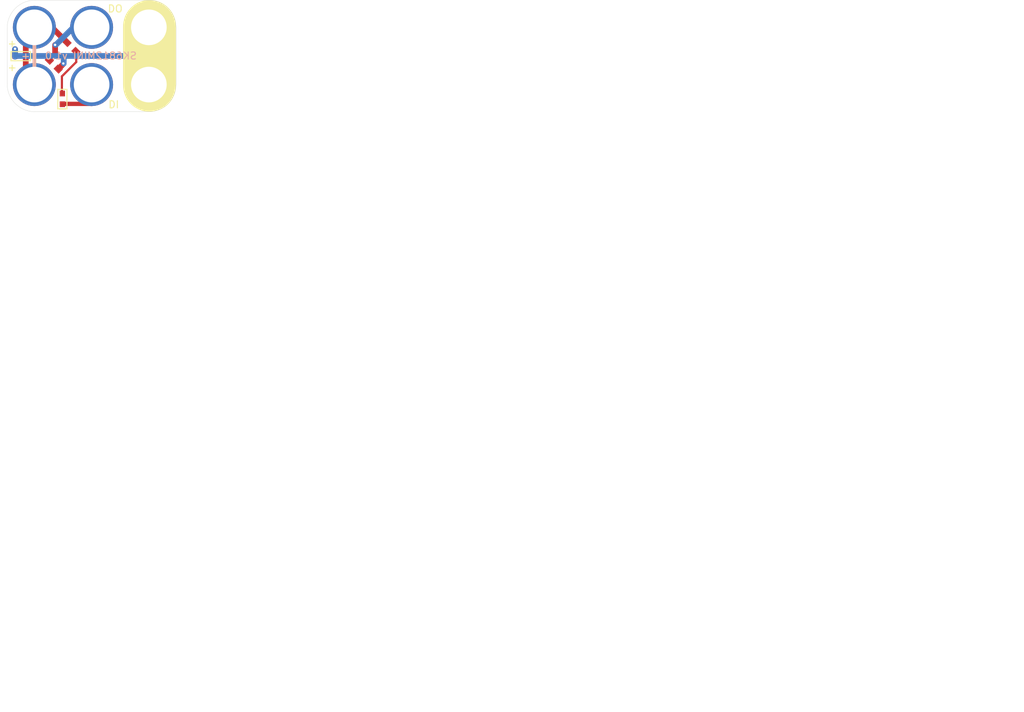
<source format=kicad_pcb>
(kicad_pcb (version 20171130) (host pcbnew 5.0.2-bee76a0~70~ubuntu16.04.1)

  (general
    (thickness 1.6)
    (drawings 1)
    (tracks 0)
    (zones 0)
    (modules 1)
    (nets 1)
  )

  (page USLetter)
  (title_block
    (title "2x3 LED RGB SK6812 Mini SMT Module")
    (date "01 Jan 2019")
    (rev 1.0)
    (company "All rights reserved.")
    (comment 1 help@browndoggadgets.com)
    (comment 2 http://browndoggadgets.com/)
    (comment 3 "Brown Dog Gadgets")
  )

  (layers
    (0 F.Cu signal)
    (31 B.Cu signal)
    (34 B.Paste user)
    (35 F.Paste user)
    (36 B.SilkS user)
    (37 F.SilkS user)
    (38 B.Mask user)
    (39 F.Mask user)
    (40 Dwgs.User user)
    (44 Edge.Cuts user)
    (46 B.CrtYd user)
    (47 F.CrtYd user)
    (48 B.Fab user)
    (49 F.Fab user)
  )

  (setup
    (last_trace_width 0.254)
    (user_trace_width 0.1524)
    (user_trace_width 0.254)
    (user_trace_width 0.3302)
    (user_trace_width 0.508)
    (user_trace_width 0.762)
    (user_trace_width 1.27)
    (trace_clearance 0.254)
    (zone_clearance 0.508)
    (zone_45_only no)
    (trace_min 0.1524)
    (segment_width 0.1524)
    (edge_width 0.1524)
    (via_size 0.6858)
    (via_drill 0.3302)
    (via_min_size 0.6858)
    (via_min_drill 0.3302)
    (user_via 0.6858 0.3302)
    (user_via 0.762 0.4064)
    (user_via 0.8636 0.508)
    (uvia_size 0.6858)
    (uvia_drill 0.3302)
    (uvias_allowed no)
    (uvia_min_size 0)
    (uvia_min_drill 0)
    (pcb_text_width 0.1524)
    (pcb_text_size 1.016 1.016)
    (mod_edge_width 0.1524)
    (mod_text_size 1.016 1.016)
    (mod_text_width 0.1524)
    (pad_size 6 6)
    (pad_drill 4.98)
    (pad_to_mask_clearance 0.0762)
    (solder_mask_min_width 0.1016)
    (pad_to_paste_clearance -0.0762)
    (aux_axis_origin 0 0)
    (visible_elements FFFEDF7D)
    (pcbplotparams
      (layerselection 0x310fc_80000001)
      (usegerberextensions true)
      (usegerberattributes false)
      (usegerberadvancedattributes false)
      (creategerberjobfile false)
      (excludeedgelayer true)
      (linewidth 0.100000)
      (plotframeref false)
      (viasonmask false)
      (mode 1)
      (useauxorigin false)
      (hpglpennumber 1)
      (hpglpenspeed 20)
      (hpglpendiameter 15.000000)
      (psnegative false)
      (psa4output false)
      (plotreference true)
      (plotvalue true)
      (plotinvisibletext false)
      (padsonsilk false)
      (subtractmaskfromsilk false)
      (outputformat 1)
      (mirror false)
      (drillshape 0)
      (scaleselection 1)
      (outputdirectory "gerbers"))
  )

  (net 0 "")

  (net_class Default "This is the default net class."
    (clearance 0.254)
    (trace_width 0.254)
    (via_dia 0.6858)
    (via_drill 0.3302)
    (uvia_dia 0.6858)
    (uvia_drill 0.3302)
  )

  (module Crazy_Circuits:LED-RGB-3535-NEOPIXEL-MINI-ROTATED-2x3 (layer F.Cu) (tedit 5C2C0F9B) (tstamp 5C2C1F68)
    (at 15.6 38)
    (descr "2.54mm pitch through hole centered 2x2")
    (path /5C2BFCD3)
    (attr smd)
    (fp_text reference LED1 (at 4.55 -3.4 45) (layer F.Fab)
      (effects (font (size 1 1) (thickness 0.15)))
    )
    (fp_text value SK6812MINI (at 5.7 -12.8) (layer F.Fab) hide
      (effects (font (size 1 1) (thickness 0.15)))
    )
    (fp_arc (start 0 0) (end 0.2 -2.7) (angle -274.2363948) (layer F.Mask) (width 0.6))
    (fp_line (start 16.1 -0.1) (end 16.1 -8.2) (layer B.Mask) (width 0.8))
    (fp_arc (start 8 -8) (end 7.9 -5.3) (angle -272.1210964) (layer F.Mask) (width 0.6))
    (fp_line (start 0 -2.1) (end 0 -5.6) (layer B.SilkS) (width 0.5))
    (fp_text user DO (at 11.3 -10.6) (layer F.SilkS)
      (effects (font (size 1 1) (thickness 0.15)))
    )
    (fp_line (start -1.2 -1) (end -1.2 -6.6) (layer F.Cu) (width 0.8))
    (fp_line (start 16.1 -0.1) (end 16.1 -8.2) (layer B.Cu) (width 0.8))
    (fp_text user + (at -3.1 -2.4) (layer F.SilkS)
      (effects (font (size 1 1) (thickness 0.15)))
    )
    (fp_line (start 3.9 2.7) (end 8.05 2.7) (layer F.Cu) (width 0.6))
    (fp_line (start 16.1 -4) (end -2.7 -4) (layer B.Cu) (width 0.8))
    (fp_line (start -2.7 -3.9) (end -2.7 -4.95) (layer F.Cu) (width 0.8))
    (fp_line (start 5.85 -3.15) (end 5.85 -4.65) (layer F.Cu) (width 0.3))
    (fp_line (start 3.165584 3.450046) (end 3.165584 0.550046) (layer F.CrtYd) (width 0.05))
    (fp_line (start 3.165584 3.450046) (end 3.165584 0.550046) (layer F.Fab) (width 0.05))
    (fp_text user R1 (at 4.015584 2.000046 90) (layer F.Fab)
      (effects (font (size 1 1) (thickness 0.15)))
    )
    (fp_line (start 3.165584 3.450046) (end 4.665584 3.450046) (layer F.CrtYd) (width 0.05))
    (fp_line (start 4.665584 3.450046) (end 4.665584 0.550046) (layer F.CrtYd) (width 0.05))
    (fp_line (start 4.550584 0.666546) (end 4.550584 3.397046) (layer F.SilkS) (width 0.15))
    (fp_line (start 3.280584 0.666546) (end 4.550584 0.666546) (layer F.SilkS) (width 0.1524))
    (fp_line (start 3.280584 3.397046) (end 4.550584 3.397046) (layer F.SilkS) (width 0.1524))
    (fp_line (start 3.280584 3.397046) (end 3.280584 0.666546) (layer F.SilkS) (width 0.15))
    (fp_line (start 4.665584 3.450046) (end 4.665584 0.550046) (layer F.Fab) (width 0.05))
    (fp_line (start 3.165584 3.450046) (end 4.665584 3.450046) (layer F.Fab) (width 0.05))
    (fp_line (start 16.1 -8.125) (end 16.1 0.1) (layer F.SilkS) (width 7.4))
    (fp_line (start 8.75 -1.9) (end 6.9 -4.05) (layer F.Fab) (width 0.1))
    (fp_text user %R (at 6.4 -12.8) (layer F.SilkS) hide
      (effects (font (size 1 1) (thickness 0.15)))
    )
    (fp_line (start -0.475 -4.725) (end -3.375 -4.725) (layer F.Fab) (width 0.05))
    (fp_line (start -3.375 -3.225) (end -3.375 -4.725) (layer F.Fab) (width 0.05))
    (fp_line (start -0.475 -3.225) (end -0.475 -4.725) (layer F.Fab) (width 0.05))
    (fp_line (start -0.475 -3.225) (end -3.375 -3.225) (layer F.CrtYd) (width 0.05))
    (fp_line (start -3.2585 -4.61) (end -0.528 -4.61) (layer F.SilkS) (width 0.15))
    (fp_line (start -0.528 -3.34) (end -3.2585 -3.34) (layer F.SilkS) (width 0.15))
    (fp_line (start -3.375 -3.225) (end -3.375 -4.725) (layer F.CrtYd) (width 0.05))
    (fp_line (start -0.475 -3.225) (end -0.475 -4.725) (layer F.CrtYd) (width 0.05))
    (fp_line (start -0.475 -4.725) (end -3.375 -4.725) (layer F.CrtYd) (width 0.05))
    (fp_line (start -0.475 -3.225) (end -3.375 -3.225) (layer F.Fab) (width 0.05))
    (fp_text user "SK6812MINI v1.0" (at 7.9 -4.019584 180) (layer B.SilkS)
      (effects (font (size 1 1) (thickness 0.15)) (justify mirror))
    )
    (fp_line (start -3.2585 -3.34) (end -3.2585 -4.61) (layer F.SilkS) (width 0.1524))
    (fp_line (start -0.528 -3.34) (end -0.528 -4.61) (layer F.SilkS) (width 0.1524))
    (fp_arc (start 0.1 -7.9) (end -3.8 -7.9) (angle 90) (layer F.Fab) (width 0.04064))
    (fp_arc (start 0.1 -0.1) (end 0.1 3.8) (angle 90) (layer F.Fab) (width 0.04064))
    (fp_arc (start 15.9 -0.1) (end 19.8 -0.1) (angle 90) (layer F.Fab) (width 0.04064))
    (fp_arc (start 15.9 -7.9) (end 15.9 -11.8) (angle 90) (layer F.Fab) (width 0.04064))
    (fp_line (start -3.8 -0.1) (end -3.8 -7.9) (layer F.Fab) (width 0.04064))
    (fp_line (start 19.8 -0.1) (end 19.8 -7.9) (layer F.Fab) (width 0.04064))
    (fp_line (start 16 3.8) (end 0.1 3.8) (layer F.Fab) (width 0.04064))
    (fp_line (start 16 -11.8) (end 0.1 -11.8) (layer F.Fab) (width 0.04064))
    (fp_arc (start 0.1 -7.9) (end -3.8 -7.9) (angle 90) (layer Edge.Cuts) (width 0.04064))
    (fp_arc (start 0.1 -0.1) (end 0.1 3.8) (angle 90) (layer Edge.Cuts) (width 0.04064))
    (fp_arc (start 15.9 -0.1) (end 19.8 -0.1) (angle 90) (layer Edge.Cuts) (width 0.04064))
    (fp_arc (start 15.9 -7.9) (end 15.9 -11.8) (angle 90) (layer Edge.Cuts) (width 0.04064))
    (fp_line (start -3.8 -0.1) (end -3.8 -7.9) (layer Edge.Cuts) (width 0.04064))
    (fp_line (start 19.8 -0.1) (end 19.8 -7.9) (layer Edge.Cuts) (width 0.04064))
    (fp_line (start 15.9 3.8) (end 0.1 3.8) (layer Edge.Cuts) (width 0.04064))
    (fp_line (start 15.9 -11.8) (end 0.1 -11.8) (layer Edge.Cuts) (width 0.04064))
    (fp_text user 1 (at 2.2 -3.45) (layer F.Fab)
      (effects (font (size 1 1) (thickness 0.15)))
    )
    (fp_text user Polarity (at 8.6 -0.8 180) (layer F.Fab)
      (effects (font (size 1 1) (thickness 0.15)))
    )
    (fp_text user Mark (at 8.6 0.75 180) (layer F.Fab)
      (effects (font (size 1 1) (thickness 0.15)))
    )
    (fp_text user DI (at 11.1 2.8) (layer F.SilkS)
      (effects (font (size 1 1) (thickness 0.15)))
    )
    (fp_text user C1 (at -1.8 -3.95) (layer F.Fab)
      (effects (font (size 1 1) (thickness 0.15)))
    )
    (fp_line (start 1.6 -8.85) (end 4.45 -6) (layer F.Cu) (width 0.8))
    (fp_line (start 4.1 -2.95) (end 3.35 -2.15) (layer F.Cu) (width 0.8))
    (fp_line (start 4.1 -2.95) (end 4.1 -4) (layer B.Cu) (width 0.8))
    (fp_line (start 2.9 -4.25) (end 2.15 -3.45) (layer F.Cu) (width 0.8))
    (fp_line (start 5.55 -8.1) (end 3 -5.55) (layer B.Cu) (width 0.8))
    (fp_line (start 2.9 -4.25) (end 2.9 -5.55) (layer F.Cu) (width 0.8))
    (fp_line (start 5.85 -3.15) (end 3.85 -1.15) (layer F.Cu) (width 0.3))
    (fp_line (start 3.85 1.35) (end 3.85 -1.15) (layer F.Cu) (width 0.3))
    (fp_line (start 4.45 -7) (end 0.95 -3.55) (layer F.Fab) (width 0.1))
    (fp_line (start 4.45 -7) (end 6.6 -4.85) (layer F.Fab) (width 0.1))
    (fp_line (start 6.6 -3.9) (end 6.6 -4.85) (layer F.Fab) (width 0.1))
    (fp_line (start 6.6 -3.9) (end 3.6 -0.95) (layer F.Fab) (width 0.1))
    (fp_line (start 3.55 -0.95) (end 0.95 -3.55) (layer F.Fab) (width 0.1))
    (fp_line (start -2.7 -3.9) (end -2.7 -4.95) (layer B.Cu) (width 0.8))
    (fp_line (start 3.165584 0.550046) (end 4.665584 0.550046) (layer F.CrtYd) (width 0.05))
    (fp_line (start 3.165584 0.550046) (end 4.665584 0.550046) (layer F.Fab) (width 0.05))
    (fp_line (start 0 -2.1) (end 0 -5.6) (layer F.SilkS) (width 0.5))
    (fp_text user + (at -1.2 -4) (layer B.SilkS)
      (effects (font (size 1 1) (thickness 0.15)) (justify mirror))
    )
    (fp_text user + (at -3.1 -5.75) (layer F.SilkS)
      (effects (font (size 1 1) (thickness 0.15)))
    )
    (pad DIN smd rect (at 5.806155 -4.643718 45) (size 0.85 1) (layers F.Cu F.Paste F.Mask))
    (pad GND smd rect (at 3.331282 -2.168845 45) (size 0.85 1) (layers F.Cu F.Paste F.Mask))
    (pad VCC smd rect (at 4.568718 -5.881155 45) (size 0.85 1) (layers F.Cu F.Paste F.Mask))
    (pad DOUT smd rect (at 2.093845 -3.406282 45) (size 0.85 1) (layers F.Cu F.Paste F.Mask))
    (pad GND thru_hole circle (at 16 -8) (size 6 6) (drill 4.98) (layers *.Cu *.Mask))
    (pad GND thru_hole circle (at 16 0) (size 6 6) (drill 4.98) (layers *.Cu *.Mask))
    (pad GND thru_hole circle (at -2.7 -5) (size 0.6858 0.6858) (drill 0.3302) (layers *.Cu))
    (pad GND thru_hole circle (at 4.05 -2.95 270) (size 0.6858 0.6858) (drill 0.3302) (layers *.Cu))
    (pad DOUT thru_hole circle (at 8 -8) (size 6 6) (drill 4.98) (layers *.Cu B.Mask))
    (pad DIN smd rect (at 3.915584 1.250046 90) (size 0.8 0.75) (layers F.Cu F.Paste F.Mask))
    (pad DIN2 smd rect (at 3.915584 2.750046 90) (size 0.8 0.75) (layers F.Cu F.Paste F.Mask))
    (pad GND smd rect (at -2.675 -3.975 180) (size 0.8 0.75) (layers F.Cu F.Paste F.Mask))
    (pad VCC smd rect (at -1.175 -3.975 180) (size 0.8 0.75) (layers F.Cu F.Paste F.Mask))
    (pad VCC thru_hole circle (at 0 0) (size 6 6) (drill 4.98) (layers *.Cu B.Mask))
    (pad VCC thru_hole circle (at 0 -8) (size 6 6) (drill 4.98) (layers *.Cu *.Mask))
    (pad DIN thru_hole circle (at 8 0) (size 6 6) (drill 4.98) (layers *.Cu *.Mask))
    (pad GND thru_hole circle (at 2.9 -5.55 270) (size 0.6858 0.6858) (drill 0.3302) (layers *.Cu))
  )

  (gr_text "FABRICATION NOTES\n\n1. THIS IS A 2 LAYER BOARD. \n2. EXTERNAL LAYERS SHALL HAVE 1 OZ COPPER.\n3. MATERIAL: FR4 AND 0.062 INCH +/- 10% THICK.\n4. BOARDS SHALL BE ROHS COMPLIANT. \n5. MANUFACTURE IN ACCORDANCE WITH IPC-6012 CLASS 2\n6. MASK: BOTH SIDES OF THE BOARD SHALL HAVE \n   SOLDER MASK (BLACK) OVER BARE COPPER. \n7. SILK: BOTH SIDES OF THE BOARD SHALL HAVE \n   WHITE SILKSCREEN. DO NOT PLACE SILK OVER BARE COPPER.\n8. FINISH: ENIG.\n9. MINIMUM TRACE WIDTH - 0.006 INCH.\n   MINIMUM SPACE - 0.006 INCH.\n   MINIMUM HOLE DIA - 0.013 INCH. \n10. MAX HOLE PLACEMENT TOLERANCE OF +/- 0.003 INCH.\n11. MAX HOLE DIAMETER TOLERANCE OF +/- 0.003 INCH AFTER PLATING.\n12. PANELIZING: V-SCORE ONLY. \n   DO NOT USE SUPPORT TABS OR MOUSEBITES." (at 10.8 87) (layer Dwgs.User)
    (effects (font (size 2.54 2.54) (thickness 0.254)) (justify left))
  )

)

</source>
